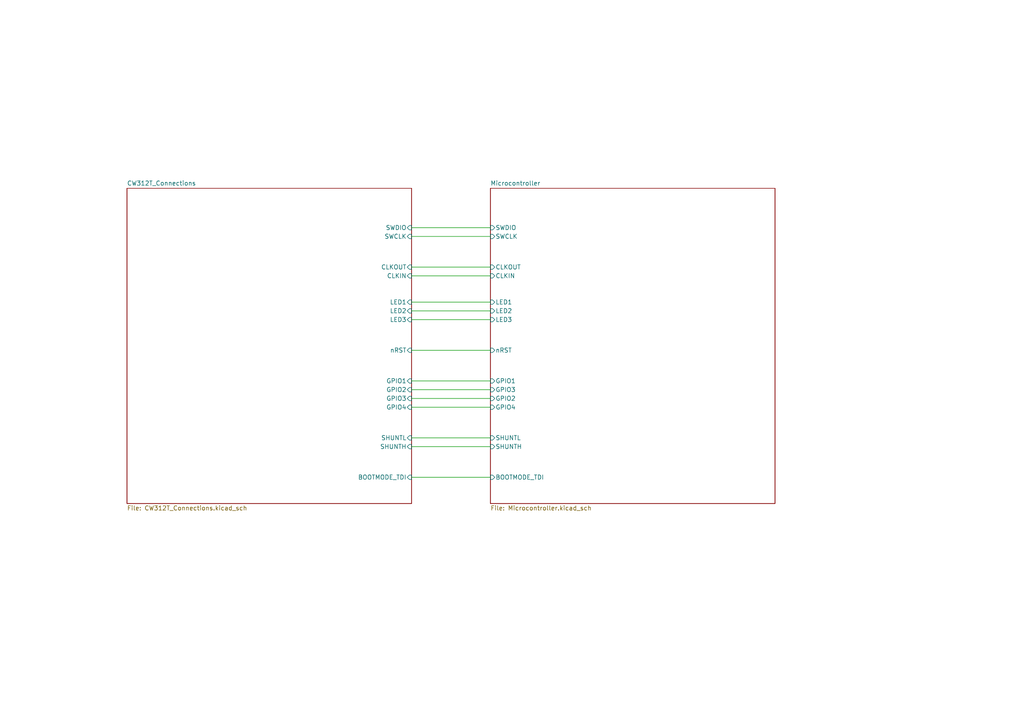
<source format=kicad_sch>
(kicad_sch
	(version 20231120)
	(generator "eeschema")
	(generator_version "8.0")
	(uuid "63ea81a9-a6c6-4ca7-8246-91962046f428")
	(paper "A4")
	(lib_symbols)
	(wire
		(pts
			(xy 119.38 113.03) (xy 142.24 113.03)
		)
		(stroke
			(width 0)
			(type default)
		)
		(uuid "220e7361-d85a-4e1d-be6f-cd4afc9e6b16")
	)
	(wire
		(pts
			(xy 119.38 129.54) (xy 142.24 129.54)
		)
		(stroke
			(width 0)
			(type default)
		)
		(uuid "3358b12a-3eca-49ad-a889-d7c1c6c16372")
	)
	(wire
		(pts
			(xy 119.38 110.49) (xy 142.24 110.49)
		)
		(stroke
			(width 0)
			(type default)
		)
		(uuid "42f4c337-0647-484f-91e8-6ee2370692d8")
	)
	(wire
		(pts
			(xy 119.38 68.58) (xy 142.24 68.58)
		)
		(stroke
			(width 0)
			(type default)
		)
		(uuid "49a18bc1-72b0-46f4-afa4-b5d0ce733430")
	)
	(wire
		(pts
			(xy 119.38 87.63) (xy 142.24 87.63)
		)
		(stroke
			(width 0)
			(type default)
		)
		(uuid "5ad7ea76-1939-4da4-89df-dade1b6aefb8")
	)
	(wire
		(pts
			(xy 119.38 90.17) (xy 142.24 90.17)
		)
		(stroke
			(width 0)
			(type default)
		)
		(uuid "6862acda-549d-4f5f-9bba-e629654ea39f")
	)
	(wire
		(pts
			(xy 119.38 118.11) (xy 142.24 118.11)
		)
		(stroke
			(width 0)
			(type default)
		)
		(uuid "7a12c988-2c81-480e-ba3f-7ff5aea57bb8")
	)
	(wire
		(pts
			(xy 119.38 66.04) (xy 142.24 66.04)
		)
		(stroke
			(width 0)
			(type default)
		)
		(uuid "7eaed7ff-33dd-4300-bb65-d6c175a896b2")
	)
	(wire
		(pts
			(xy 119.38 115.57) (xy 142.24 115.57)
		)
		(stroke
			(width 0)
			(type default)
		)
		(uuid "a374f221-f459-435c-8170-ec9a3ee99df3")
	)
	(wire
		(pts
			(xy 119.38 92.71) (xy 142.24 92.71)
		)
		(stroke
			(width 0)
			(type default)
		)
		(uuid "be782e9f-f125-445c-8950-a0a543bd1d1b")
	)
	(wire
		(pts
			(xy 119.38 77.47) (xy 142.24 77.47)
		)
		(stroke
			(width 0)
			(type default)
		)
		(uuid "da3ce5cc-07f8-44d2-97ec-6b3544287b41")
	)
	(wire
		(pts
			(xy 119.38 80.01) (xy 142.24 80.01)
		)
		(stroke
			(width 0)
			(type default)
		)
		(uuid "df3a5a37-d3f6-42d1-a626-981c3e412be3")
	)
	(wire
		(pts
			(xy 119.38 101.6) (xy 142.24 101.6)
		)
		(stroke
			(width 0)
			(type default)
		)
		(uuid "e0ba7019-f82d-4e8f-8349-e619dcfe392c")
	)
	(wire
		(pts
			(xy 119.38 138.43) (xy 142.24 138.43)
		)
		(stroke
			(width 0)
			(type default)
		)
		(uuid "ecb5105e-8fcc-4637-b241-2beed67fa40b")
	)
	(wire
		(pts
			(xy 119.38 127) (xy 142.24 127)
		)
		(stroke
			(width 0)
			(type default)
		)
		(uuid "ee692ba4-ccf0-4df3-9e9c-39d461c82a2b")
	)
	(sheet
		(at 142.24 54.61)
		(size 82.55 91.44)
		(fields_autoplaced yes)
		(stroke
			(width 0.1524)
			(type solid)
		)
		(fill
			(color 0 0 0 0.0000)
		)
		(uuid "59b33710-7be6-40ab-866c-4f5fff0c231f")
		(property "Sheetname" "Microcontroller"
			(at 142.24 53.8984 0)
			(effects
				(font
					(size 1.27 1.27)
				)
				(justify left bottom)
			)
		)
		(property "Sheetfile" "Microcontroller.kicad_sch"
			(at 142.24 146.6346 0)
			(effects
				(font
					(size 1.27 1.27)
				)
				(justify left top)
			)
		)
		(pin "SWDIO" input
			(at 142.24 66.04 180)
			(effects
				(font
					(size 1.27 1.27)
				)
				(justify left)
			)
			(uuid "ee8f22d6-76d6-4a25-8c5c-eed9ea3799da")
		)
		(pin "BOOTMODE_TDI" input
			(at 142.24 138.43 180)
			(effects
				(font
					(size 1.27 1.27)
				)
				(justify left)
			)
			(uuid "2a23a270-3bb3-44b9-9654-0828dd15d430")
		)
		(pin "SWCLK" input
			(at 142.24 68.58 180)
			(effects
				(font
					(size 1.27 1.27)
				)
				(justify left)
			)
			(uuid "eedd2ee2-ff62-4426-92ee-3de824fbad63")
		)
		(pin "GPIO1" input
			(at 142.24 110.49 180)
			(effects
				(font
					(size 1.27 1.27)
				)
				(justify left)
			)
			(uuid "83d6d015-5549-4dd8-95dc-ab39d968bbc2")
		)
		(pin "LED3" input
			(at 142.24 92.71 180)
			(effects
				(font
					(size 1.27 1.27)
				)
				(justify left)
			)
			(uuid "f1c71831-4a69-40f3-8cfc-cc25b053f922")
		)
		(pin "LED2" input
			(at 142.24 90.17 180)
			(effects
				(font
					(size 1.27 1.27)
				)
				(justify left)
			)
			(uuid "e799d140-6a73-4bdc-8101-52772cf1bdd2")
		)
		(pin "GPIO3" input
			(at 142.24 113.03 180)
			(effects
				(font
					(size 1.27 1.27)
				)
				(justify left)
			)
			(uuid "209c8941-714e-440d-ac93-992933c569be")
		)
		(pin "GPIO2" input
			(at 142.24 115.57 180)
			(effects
				(font
					(size 1.27 1.27)
				)
				(justify left)
			)
			(uuid "40e3c3cb-92fb-4ecf-a06f-6420770cf6d8")
		)
		(pin "GPIO4" input
			(at 142.24 118.11 180)
			(effects
				(font
					(size 1.27 1.27)
				)
				(justify left)
			)
			(uuid "2ce337dd-4403-412f-9b29-86c549230537")
		)
		(pin "LED1" input
			(at 142.24 87.63 180)
			(effects
				(font
					(size 1.27 1.27)
				)
				(justify left)
			)
			(uuid "36e77b68-6818-4a5c-aee1-243e7aa9eac5")
		)
		(pin "CLKIN" input
			(at 142.24 80.01 180)
			(effects
				(font
					(size 1.27 1.27)
				)
				(justify left)
			)
			(uuid "e4527d85-f645-4e67-98fb-388f9be3b8c2")
		)
		(pin "nRST" input
			(at 142.24 101.6 180)
			(effects
				(font
					(size 1.27 1.27)
				)
				(justify left)
			)
			(uuid "57d4ff8c-ebf0-40b8-8fa9-e1ccbee6662e")
		)
		(pin "SHUNTL" input
			(at 142.24 127 180)
			(effects
				(font
					(size 1.27 1.27)
				)
				(justify left)
			)
			(uuid "f8eef274-9286-4ba2-a16e-b577677005dd")
		)
		(pin "SHUNTH" input
			(at 142.24 129.54 180)
			(effects
				(font
					(size 1.27 1.27)
				)
				(justify left)
			)
			(uuid "d3f1af23-291d-4210-896e-8c0363c5ebac")
		)
		(pin "CLKOUT" input
			(at 142.24 77.47 180)
			(effects
				(font
					(size 1.27 1.27)
				)
				(justify left)
			)
			(uuid "45af100d-3eba-45b5-8516-52f1123ea2e7")
		)
		(instances
			(project "CW312T-LPC55S69"
				(path "/63ea81a9-a6c6-4ca7-8246-91962046f428"
					(page "3")
				)
			)
		)
	)
	(sheet
		(at 36.83 54.61)
		(size 82.55 91.44)
		(fields_autoplaced yes)
		(stroke
			(width 0.1524)
			(type solid)
		)
		(fill
			(color 0 0 0 0.0000)
		)
		(uuid "5fb91df7-02f2-4cb8-ae02-52e20a2128bf")
		(property "Sheetname" "CW312T_Connections"
			(at 36.83 53.8984 0)
			(effects
				(font
					(size 1.27 1.27)
				)
				(justify left bottom)
			)
		)
		(property "Sheetfile" "CW312T_Connections.kicad_sch"
			(at 36.83 146.6346 0)
			(effects
				(font
					(size 1.27 1.27)
				)
				(justify left top)
			)
		)
		(pin "SHUNTL" input
			(at 119.38 127 0)
			(effects
				(font
					(size 1.27 1.27)
				)
				(justify right)
			)
			(uuid "7b222843-b5ec-4919-80f7-5fe076231c2f")
		)
		(pin "SHUNTH" input
			(at 119.38 129.54 0)
			(effects
				(font
					(size 1.27 1.27)
				)
				(justify right)
			)
			(uuid "5288a771-ba5d-43ac-b7d5-edbb7bd12227")
		)
		(pin "LED1" input
			(at 119.38 87.63 0)
			(effects
				(font
					(size 1.27 1.27)
				)
				(justify right)
			)
			(uuid "f4a5e588-2dda-49c8-a119-78780d74eb53")
		)
		(pin "LED2" input
			(at 119.38 90.17 0)
			(effects
				(font
					(size 1.27 1.27)
				)
				(justify right)
			)
			(uuid "e79ee6db-6d95-44f7-98fa-eb0d3459dea2")
		)
		(pin "LED3" input
			(at 119.38 92.71 0)
			(effects
				(font
					(size 1.27 1.27)
				)
				(justify right)
			)
			(uuid "383d7a8c-86a5-4f40-912d-09de15314605")
		)
		(pin "nRST" input
			(at 119.38 101.6 0)
			(effects
				(font
					(size 1.27 1.27)
				)
				(justify right)
			)
			(uuid "3d8b538e-9591-4f8e-89ef-1df999aa7b6a")
		)
		(pin "GPIO1" input
			(at 119.38 110.49 0)
			(effects
				(font
					(size 1.27 1.27)
				)
				(justify right)
			)
			(uuid "7375a3bd-699d-44e4-8331-12b39d55534c")
		)
		(pin "GPIO2" input
			(at 119.38 113.03 0)
			(effects
				(font
					(size 1.27 1.27)
				)
				(justify right)
			)
			(uuid "88692eab-20a6-4313-aebc-971d6b19569d")
		)
		(pin "GPIO3" input
			(at 119.38 115.57 0)
			(effects
				(font
					(size 1.27 1.27)
				)
				(justify right)
			)
			(uuid "a93de76b-26ed-411c-862e-a13f8038896a")
		)
		(pin "GPIO4" input
			(at 119.38 118.11 0)
			(effects
				(font
					(size 1.27 1.27)
				)
				(justify right)
			)
			(uuid "d184364d-0068-4373-8712-5bcda2d45eb9")
		)
		(pin "BOOTMODE_TDI" input
			(at 119.38 138.43 0)
			(effects
				(font
					(size 1.27 1.27)
				)
				(justify right)
			)
			(uuid "0d369d1f-f2f9-45e3-af61-aca9aeb71c39")
		)
		(pin "CLKIN" input
			(at 119.38 80.01 0)
			(effects
				(font
					(size 1.27 1.27)
				)
				(justify right)
			)
			(uuid "9638cc09-5694-45d8-91cd-b07740d08fba")
		)
		(pin "SWDIO" input
			(at 119.38 66.04 0)
			(effects
				(font
					(size 1.27 1.27)
				)
				(justify right)
			)
			(uuid "7ba5c443-d322-47fa-b8cf-8524caf19c00")
		)
		(pin "SWCLK" input
			(at 119.38 68.58 0)
			(effects
				(font
					(size 1.27 1.27)
				)
				(justify right)
			)
			(uuid "d897a478-0c95-4870-bbee-2aaecf908460")
		)
		(pin "CLKOUT" input
			(at 119.38 77.47 0)
			(effects
				(font
					(size 1.27 1.27)
				)
				(justify right)
			)
			(uuid "d9744565-f073-4a14-9974-b59c2d51ae61")
		)
		(instances
			(project "CW312T-LPC55S69"
				(path "/63ea81a9-a6c6-4ca7-8246-91962046f428"
					(page "2")
				)
			)
		)
	)
	(sheet_instances
		(path "/"
			(page "1")
		)
	)
)

</source>
